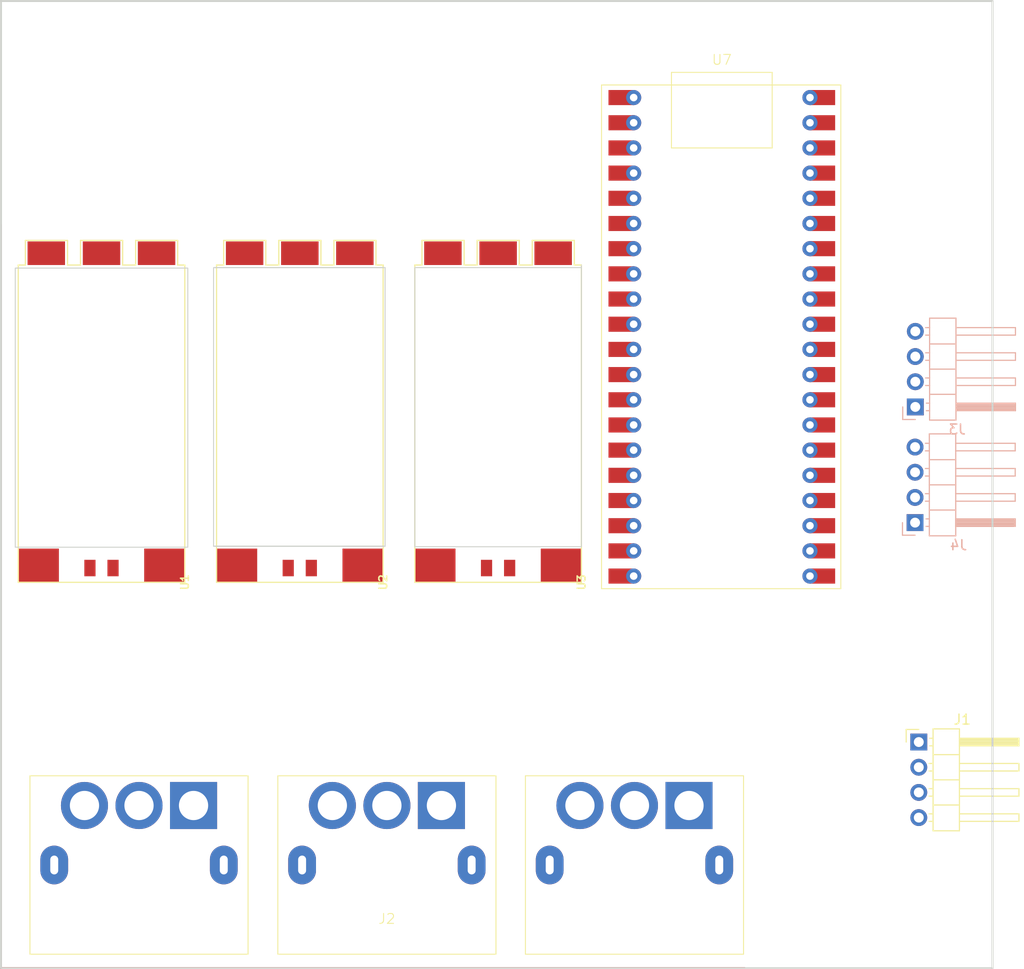
<source format=kicad_pcb>
(kicad_pcb (version 20221018) (generator pcbnew)
  (layers (0 "F.Cu" signal) (31 "B.Cu" signal) (34 "B.Paste" user) (35 "F.Paste" user) (36 "B.SilkS" user "B.Silkscreen") (37 "F.SilkS" user "F.Silkscreen") (38 "B.Mask" user) (39 "F.Mask" user) (44 "Edge.Cuts" user))
  (net 0 "")
  (net 1 "/signalGP39")
  (net 2 "/sg")
  (net 4 "/sGP10")
  (net 7 "/sGP8")
  (net 17 "/GND")
  (net 21 "Net-(J4-Pin_1)")
  (net 22 "Net-(J4-Pin_2)")
  (net 23 "Net-(J4-Pin_3)")
  (net 24 "Net-(J4-Pin_4)")
  (net 26 "Net-(J3-Pin_1)")
  (net 27 "Net-(J3-Pin_2)")
  (net 29 "Net-(J3-Pin_3)")
  (net 30 "Net-(J3-Pin_4)")
  (net 37 "/5v")
  (net 39 "Net-(U6-A)")
  (net 40 "Net-(U6-B)")
  (net 41 "Net-(U6-C)")
  (net 42 "Net-(U5-A)")
  (net 43 "Net-(U5-B)")
  (net 44 "Net-(U5-C)")
  (net 45 "Net-(U4-A)")
  (net 46 "Net-(U4-B)")
  (net 47 "Net-(U4-C)")
  (net 49 "/PESC1")
  (net 50 "/PESC2")
  (net 51 "/PESC3")
  (footprint "ESC carrier board test 1:ESC" (layer "F.Cu") (at 92.2 123.64 90)
    (fp_text reference "U1" (at 0 0 90) (layer "F.SilkS") (effects (font (size 0.787402 0.787402))))
    (fp_text value "ESC")
    (fp_line (start 0 -16.8) (end 0 0) (stroke (width 0.127)) (layer "F.SilkS"))
    (fp_line (start 0 0) (end 32 0) (stroke (width 0.127)) (layer "F.SilkS"))
    (fp_line (start 32 -16.8) (end 0 -16.8) (stroke (width 0.127)) (layer "F.SilkS"))
    (fp_line (start 32 -16.08) (end 32 -16.8) (stroke (width 0.127)) (layer "F.SilkS"))
    (fp_line (start 32 -11.83) (end 34.48 -11.83) (stroke (width 0.127)) (layer "F.SilkS"))
    (fp_line (start 32 -10.52) (end 32 -11.83) (stroke (width 0.127)) (layer "F.SilkS"))
    (fp_line (start 32 -6.27) (end 34.48 -6.27) (stroke (width 0.127)) (layer "F.SilkS"))
    (fp_line (start 32 -4.96) (end 32 -6.27) (stroke (width 0.127)) (layer "F.SilkS"))
    (fp_line (start 32 -0.72) (end 34.48 -0.72) (stroke (width 0.127)) (layer "F.SilkS"))
    (fp_line (start 32 0) (end 32 -0.72) (stroke (width 0.127)) (layer "F.SilkS"))
    (fp_line (start 34.48 -16.08) (end 32 -16.08) (stroke (width 0.127)) (layer "F.SilkS"))
    (fp_line (start 34.48 -11.83) (end 34.48 -16.08) (stroke (width 0.127)) (layer "F.SilkS"))
    (fp_line (start 34.48 -10.52) (end 32 -10.52) (stroke (width 0.127)) (layer "F.SilkS"))
    (fp_line (start 34.48 -6.27) (end 34.48 -10.52) (stroke (width 0.127)) (layer "F.SilkS"))
    (fp_line (start 34.48 -4.96) (end 32 -4.96) (stroke (width 0.127)) (layer "F.SilkS"))
    (fp_line (start 34.48 -0.72) (end 34.48 -4.96) (stroke (width 0.127)) (layer "F.SilkS"))
    (pad "+" smd rect (at 1.7 -2.05 90) (size 3.4 4.1) (layers "F.Cu" "F.Paste" "F.Mask") (net 49 "/PESC1"))
    (pad "-" smd rect (at 1.7 -14.75 90) (size 3.4 4.1) (layers "F.Cu" "F.Paste" "F.Mask") (net 17 "/GND"))
    (pad "1" smd rect (at 33.19 -13.97 90) (size 2.38 3.78) (layers "F.Cu" "F.Paste" "F.Mask") (net 39 "Net-(U6-A)"))
    (pad "2" smd rect (at 33.19 -8.4 90) (size 2.38 3.78) (layers "F.Cu" "F.Paste" "F.Mask") (net 40 "Net-(U6-B)"))
    (pad "3" smd rect (at 33.19 -2.85 90) (size 2.38 3.78) (layers "F.Cu" "F.Paste" "F.Mask") (net 41 "Net-(U6-C)"))
    (pad "G" smd rect (at 1.44 -9.57 90) (size 1.66 1.13) (layers "F.Cu" "F.Paste" "F.Mask") (net 2 "/sg"))
    (pad "S" smd rect (at 1.44 -7.24 90) (size 1.66 1.13) (layers "F.Cu" "F.Paste" "F.Mask") (net 1 "/signalGP39"))
  )
  (footprint "Kelpie_Default:ESP32-S3-Pico" (layer "F.Cu") (at 147.63 89.99)
    (fp_text reference "U7" (at -1.27 -19.05 unlocked) (layer "F.SilkS") (effects (font (thickness 0.1))))
    (fp_text value "~")
    (fp_line (start -13.4 -16.51) (end -13.4 34.29) (stroke (width 0.1)) (layer "F.SilkS"))
    (fp_line (start -13.4 34.29) (end 10.73 34.29) (stroke (width 0.1)) (layer "F.SilkS"))
    (fp_line (start -6.35 -17.78) (end 3.81 -17.78) (stroke (width 0.1)) (layer "F.SilkS"))
    (fp_line (start -6.35 -16.51) (end -6.35 -17.78) (stroke (width 0.1)) (layer "F.SilkS"))
    (fp_line (start -6.35 -16.51) (end -6.35 -10.16) (stroke (width 0.1)) (layer "F.SilkS"))
    (fp_line (start -6.35 -10.16) (end 3.81 -10.16) (stroke (width 0.1)) (layer "F.SilkS"))
    (fp_line (start 3.81 -17.78) (end 3.81 -16.51) (stroke (width 0.1)) (layer "F.SilkS"))
    (fp_line (start 3.81 -10.16) (end 3.81 -16.51) (stroke (width 0.1)) (layer "F.SilkS"))
    (fp_line (start 10.73 -16.51) (end -13.4 -16.51) (stroke (width 0.1)) (layer "F.SilkS"))
    (fp_line (start 10.73 34.29) (end 10.73 -16.51) (stroke (width 0.1)) (layer "F.SilkS"))
    (pad "1" smd rect (at -11.43 -15.24) (size 2.54 1.524) (layers "F.Cu" "B.Adhes" "F.Paste" "F.Mask"))
    (pad "1" thru_hole circle (at -10.16 -15.24) (size 1.524 1.524) (drill 0.762) (layers "*.Cu" "*.Mask"))
    (pad "2" smd rect (at -11.43 -12.7) (size 2.54 1.524) (layers "F.Cu" "F.Paste" "F.Mask") (net 30 "Net-(J3-Pin_4)"))
    (pad "2" thru_hole circle (at -10.16 -12.7) (size 1.524 1.524) (drill 0.762) (layers "*.Cu" "*.Mask") (net 30 "Net-(J3-Pin_4)"))
    (pad "3" smd rect (at -11.43 -10.16) (size 2.54 1.524) (layers "F.Cu" "F.Paste" "F.Mask"))
    (pad "3" thru_hole circle (at -10.16 -10.16) (size 1.524 1.524) (drill 0.762) (layers "*.Cu" "*.Mask"))
    (pad "4" smd rect (at -11.43 -7.62) (size 2.54 1.524) (layers "F.Cu" "F.Paste" "F.Mask"))
    (pad "4" thru_hole circle (at -10.16 -7.62) (size 1.524 1.524) (drill 0.762) (layers "*.Cu" "*.Mask"))
    (pad "5" smd rect (at -11.43 -5.08) (size 2.54 1.524) (layers "F.Cu" "F.Paste" "F.Mask") (net 29 "Net-(J3-Pin_3)"))
    (pad "5" thru_hole circle (at -10.16 -5.08) (size 1.524 1.524) (drill 0.762) (layers "*.Cu" "*.Mask") (net 29 "Net-(J3-Pin_3)"))
    (pad "6" smd rect (at -11.43 -2.54) (size 2.54 1.524) (layers "F.Cu" "F.Paste" "F.Mask"))
    (pad "6" thru_hole circle (at -10.16 -2.54) (size 1.524 1.524) (drill 0.762) (layers "*.Cu" "*.Mask"))
    (pad "7" smd rect (at -11.43 0) (size 2.54 1.524) (layers "F.Cu" "F.Paste" "F.Mask") (net 27 "Net-(J3-Pin_2)"))
    (pad "7" thru_hole circle (at -10.16 0) (size 1.524 1.524) (drill 0.762) (layers "*.Cu" "*.Mask") (net 27 "Net-(J3-Pin_2)"))
    (pad "8" smd rect (at -11.43 2.54) (size 2.54 1.524) (layers "F.Cu" "F.Paste" "F.Mask") (net 26 "Net-(J3-Pin_1)"))
    (pad "8" thru_hole circle (at -10.16 2.54) (size 1.524 1.524) (drill 0.762) (layers "*.Cu" "*.Mask") (net 26 "Net-(J3-Pin_1)"))
    (pad "9" smd rect (at -11.43 5.08) (size 2.54 1.524) (layers "F.Cu" "F.Paste" "F.Mask"))
    (pad "9" thru_hole circle (at -10.16 5.08) (size 1.524 1.524) (drill 0.762) (layers "*.Cu" "*.Mask"))
    (pad "10" smd rect (at -11.43 7.62) (size 2.54 1.524) (layers "F.Cu" "F.Paste" "F.Mask"))
    (pad "10" thru_hole circle (at -10.16 7.62) (size 1.524 1.524) (drill 0.762) (layers "*.Cu" "*.Mask"))
    (pad "11" smd rect (at -11.43 10.16) (size 2.54 1.524) (layers "F.Cu" "F.Paste" "F.Mask"))
    (pad "11" thru_hole circle (at -10.16 10.16) (size 1.524 1.524) (drill 0.762) (layers "*.Cu" "*.Mask"))
    (pad "12" smd rect (at -11.43 12.7) (size 2.54 1.524) (layers "F.Cu" "F.Paste" "F.Mask"))
    (pad "12" thru_hole circle (at -10.16 12.7) (size 1.524 1.524) (drill 0.762) (layers "*.Cu" "*.Mask"))
    (pad "13" smd rect (at -11.43 15.24) (size 2.54 1.524) (layers "F.Cu" "F.Paste" "F.Mask") (net 2 "/sg"))
    (pad "13" thru_hole circle (at -10.16 15.24) (size 1.524 1.524) (drill 0.762) (layers "*.Cu" "*.Mask") (net 2 "/sg"))
    (pad "14" smd rect (at -11.43 17.78) (size 2.54 1.524) (layers "F.Cu" "F.Paste" "F.Mask"))
    (pad "14" thru_hole circle (at -10.16 17.78) (size 1.524 1.524) (drill 0.762) (layers "*.Cu" "*.Mask"))
    (pad "15" smd rect (at -11.43 20.32) (size 2.54 1.524) (layers "F.Cu" "F.Paste" "F.Mask"))
    (pad "15" thru_hole circle (at -10.16 20.32) (size 1.524 1.524) (drill 0.762) (layers "*.Cu" "*.Mask"))
    (pad "16" smd rect (at -11.43 22.86) (size 2.54 1.524) (layers "F.Cu" "F.Paste" "F.Mask"))
    (pad "16" thru_hole circle (at -10.16 22.86) (size 1.524 1.524) (drill 0.762) (layers "*.Cu" "*.Mask"))
    (pad "17" smd rect (at -11.43 25.4) (size 2.54 1.524) (layers "F.Cu" "F.Paste" "F.Mask"))
    (pad "17" thru_hole circle (at -10.16 25.4) (size 1.524 1.524) (drill 0.762) (layers "*.Cu" "*.Mask"))
    (pad "18" smd rect (at -11.43 27.94) (size 2.54 1.524) (layers "F.Cu" "F.Paste" "F.Mask") (net 17 "/GND"))
    (pad "18" thru_hole circle (at -10.16 27.94) (size 1.524 1.524) (drill 0.762) (layers "*.Cu" "*.Mask") (net 17 "/GND"))
    (pad "19" smd rect (at -11.43 30.48) (size 2.54 1.524) (layers "F.Cu" "F.Paste" "F.Mask"))
    (pad "19" thru_hole circle (at -10.16 30.48) (size 1.524 1.524) (drill 0.762) (layers "*.Cu" "*.Mask"))
    (pad "20" smd rect (at -11.43 33.02) (size 2.54 1.524) (layers "F.Cu" "F.Paste" "F.Mask"))
    (pad "20" thru_hole circle (at -10.16 33.02) (size 1.524 1.524) (drill 0.762) (layers "*.Cu" "*.Mask"))
    (pad "21" thru_hole circle (at 7.62 33.02) (size 1.524 1.524) (drill 0.762) (layers "*.Cu" "*.Mask"))
    (pad "21" smd rect (at 8.89 33.02) (size 2.54 1.524) (layers "F.Cu" "F.Paste" "F.Mask"))
    (pad "22" thru_hole circle (at 7.62 30.48) (size 1.524 1.524) (drill 0.762) (layers "*.Cu" "*.Mask"))
    (pad "22" smd rect (at 8.89 30.48) (size 2.54 1.524) (layers "F.Cu" "F.Paste" "F.Mask"))
    (pad "23" thru_hole circle (at 7.62 27.94) (size 1.524 1.524) (drill 0.762) (layers "*.Cu" "*.Mask") (net 21 "Net-(J4-Pin_1)"))
    (pad "23" smd rect (at 8.89 27.94) (size 2.54 1.524) (layers "F.Cu" "F.Paste" "F.Mask") (net 21 "Net-(J4-Pin_1)"))
    (pad "24" thru_hole circle (at 7.62 25.4) (size 1.524 1.524) (drill 0.762) (layers "*.Cu" "*.Mask"))
    (pad "24" smd rect (at 8.89 25.4) (size 2.54 1.524) (layers "F.Cu" "F.Paste" "F.Mask"))
    (pad "25" thru_hole circle (at 7.62 22.86) (size 1.524 1.524) (drill 0.762) (layers "*.Cu" "*.Mask") (net 22 "Net-(J4-Pin_2)"))
    (pad "25" smd rect (at 8.89 22.86) (size 2.54 1.524) (layers "F.Cu" "F.Paste" "F.Mask") (net 22 "Net-(J4-Pin_2)"))
    (pad "26" thru_hole circle (at 7.62 20.32) (size 1.524 1.524) (drill 0.762) (layers "*.Cu" "*.Mask") (net 23 "Net-(J4-Pin_3)"))
    (pad "26" smd rect (at 8.89 20.32) (size 2.54 1.524) (layers "F.Cu" "F.Paste" "F.Mask") (net 23 "Net-(J4-Pin_3)"))
    (pad "27" thru_hole circle (at 7.62 17.78) (size 1.524 1.524) (drill 0.762) (layers "*.Cu" "*.Mask"))
    (pad "27" smd rect (at 8.89 17.78) (size 2.54 1.524) (layers "F.Cu" "F.Paste" "F.Mask"))
    (pad "28" thru_hole circle (at 7.62 15.24) (size 1.524 1.524) (drill 0.762) (layers "*.Cu" "*.Mask"))
    (pad "28" smd rect (at 8.89 15.24) (size 2.54 1.524) (layers "F.Cu" "F.Paste" "F.Mask"))
    (pad "29" thru_hole circle (at 7.62 12.7) (size 1.524 1.524) (drill 0.762) (layers "*.Cu" "*.Mask") (net 24 "Net-(J4-Pin_4)"))
    (pad "29" smd rect (at 8.89 12.7) (size 2.54 1.524) (layers "F.Cu" "F.Paste" "F.Mask") (net 24 "Net-(J4-Pin_4)"))
    (pad "30" thru_hole circle (at 7.62 10.16) (size 1.524 1.524) (drill 0.762) (layers "*.Cu" "*.Mask"))
    (pad "30" smd rect (at 8.89 10.16) (size 2.54 1.524) (layers "F.Cu" "F.Paste" "F.Mask"))
    (pad "31" thru_hole circle (at 7.62 7.62) (size 1.524 1.524) (drill 0.762) (layers "*.Cu" "*.Mask"))
    (pad "31" smd rect (at 8.89 7.62) (size 2.54 1.524) (layers "F.Cu" "F.Paste" "F.Mask"))
    (pad "32" thru_hole circle (at 7.62 5.08) (size 1.524 1.524) (drill 0.762) (layers "*.Cu" "*.Mask") (net 7 "/sGP8"))
    (pad "32" smd rect (at 8.89 5.08) (size 2.54 1.524) (layers "F.Cu" "F.Paste" "F.Mask") (net 7 "/sGP8"))
    (pad "33" thru_hole circle (at 7.62 2.54) (size 1.524 1.524) (drill 0.762) (layers "*.Cu" "*.Mask"))
    (pad "33" smd rect (at 8.89 2.54) (size 2.54 1.524) (layers "F.Cu" "F.Paste" "F.Mask"))
    (pad "34" thru_hole circle (at 7.62 0) (size 1.524 1.524) (drill 0.762) (layers "*.Cu" "*.Mask"))
    (pad "34" smd rect (at 8.89 0) (size 2.54 1.524) (layers "F.Cu" "F.Paste" "F.Mask"))
    (pad "35" thru_hole circle (at 7.62 -2.54) (size 1.524 1.524) (drill 0.762) (layers "*.Cu" "*.Mask") (net 4 "/sGP10"))
    (pad "35" smd rect (at 8.89 -2.54) (size 2.54 1.524) (layers "F.Cu" "F.Paste" "F.Mask") (net 4 "/sGP10"))
    (pad "36" thru_hole circle (at 7.62 -5.08) (size 1.524 1.524) (drill 0.762) (layers "*.Cu" "*.Mask"))
    (pad "36" smd rect (at 8.89 -5.08) (size 2.54 1.524) (layers "F.Cu" "F.Paste" "F.Mask"))
    (pad "37" thru_hole circle (at 7.62 -7.62) (size 1.524 1.524) (drill 0.762) (layers "*.Cu" "*.Mask"))
    (pad "37" smd rect (at 8.89 -7.62) (size 2.54 1.524) (layers "F.Cu" "F.Paste" "F.Mask"))
    (pad "38" thru_hole circle (at 7.62 -10.16) (size 1.524 1.524) (drill 0.762) (layers "*.Cu" "*.Mask"))
    (pad "38" smd rect (at 8.89 -10.16) (size 2.54 1.524) (layers "F.Cu" "F.Paste" "F.Mask"))
    (pad "39" thru_hole circle (at 7.62 -12.7) (size 1.524 1.524) (drill 0.762) (layers "*.Cu" "*.Mask") (net 37 "/5v"))
    (pad "39" smd rect (at 8.89 -12.7) (size 2.54 1.524) (layers "F.Cu" "F.Paste" "F.Mask") (net 37 "/5v"))
    (pad "40" thru_hole circle (at 7.62 -15.24) (size 1.524 1.524) (drill 0.762) (layers "*.Cu" "*.Mask"))
    (pad "40" smd rect (at 8.89 -15.24) (size 2.54 1.524) (layers "F.Cu" "F.Paste" "F.Mask"))
  )
  (footprint "ESC carrier board test 1:MR60PW-M_X3" (layer "F.Cu") (at 112.58 146.15)
    (fp_text reference "J2" (at 0 11.43 unlocked) (layer "F.SilkS") (effects (font (thickness 0.1))))
    (fp_text value "~")
    (fp_rect (start -36 -3) (end -14 15) (stroke (width 0.1)) (fill none) (layer "F.SilkS"))
    (fp_rect (start -11 -3) (end 11 15) (stroke (width 0.1)) (fill none) (layer "F.SilkS"))
    (fp_rect (start 13.97 -3) (end 35.97 15) (stroke (width 0.1)) (fill none) (layer "F.SilkS"))
    (pad "" thru_hole oval (at -33.55 6) (size 2.8 3.9) (drill oval 0.8 1.9) (layers "*.Cu" "*.Mask"))
    (pad "" thru_hole oval (at -16.45 6) (size 2.8 3.9) (drill oval 0.8 1.9) (layers "*.Cu" "*.Mask"))
    (pad "" thru_hole oval (at -8.55 6) (size 2.8 3.9) (drill oval 0.8 1.9) (layers "*.Cu" "*.Mask"))
    (pad "" thru_hole oval (at 8.55 6) (size 2.8 3.9) (drill oval 0.8 1.9) (layers "*.Cu" "*.Mask"))
    (pad "" thru_hole oval (at 16.42 6) (size 2.8 3.9) (drill oval 0.8 1.9) (layers "*.Cu" "*.Mask"))
    (pad "" thru_hole oval (at 33.52 6) (size 2.8 3.9) (drill oval 0.8 1.9) (layers "*.Cu" "*.Mask"))
    (pad "1" thru_hole circle (at -30.5 0) (size 4.75 4.75) (drill 2.95) (layers "*.Cu" "*.Mask"))
    (pad "2" thru_hole circle (at -25 0) (size 4.75 4.75) (drill 2.95) (layers "*.Cu" "*.Mask") (net 17 "/GND"))
    (pad "3" thru_hole rect (at -19.5 0) (size 4.75 4.75) (drill 2.95) (layers "*.Cu" "*.Mask") (net 17 "/GND"))
    (pad "4" thru_hole circle (at -5.5 0) (size 4.75 4.75) (drill 2.95) (layers "*.Cu" "*.Mask") (net 49 "/PESC1"))
    (pad "5" thru_hole circle (at 0 0) (size 4.75 4.75) (drill 2.95) (layers "*.Cu" "*.Mask") (net 50 "/PESC2"))
    (pad "6" thru_hole rect (at 5.5 0) (size 4.75 4.75) (drill 2.95) (layers "*.Cu" "*.Mask") (net 51 "/PESC3"))
    (pad "7" thru_hole circle (at 19.47 0) (size 4.75 4.75) (drill 2.95) (layers "*.Cu" "*.Mask"))
    (pad "8" thru_hole circle (at 24.97 0) (size 4.75 4.75) (drill 2.95) (layers "*.Cu" "*.Mask") (net 17 "/GND"))
    (pad "9" thru_hole rect (at 30.47 0) (size 4.75 4.75) (drill 2.95) (layers "*.Cu" "*.Mask") (net 37 "/5v"))
  )
  (footprint "ESC carrier board test 1:ESC" (layer "F.Cu") (at 132.2 123.64 90)
    (fp_text reference "U3" (at 0 0 90) (layer "F.SilkS") (effects (font (size 0.787402 0.787402))))
    (fp_text value "ESC")
    (fp_line (start 0 -16.8) (end 0 0) (stroke (width 0.127)) (layer "F.SilkS"))
    (fp_line (start 0 0) (end 32 0) (stroke (width 0.127)) (layer "F.SilkS"))
    (fp_line (start 32 -16.8) (end 0 -16.8) (stroke (width 0.127)) (layer "F.SilkS"))
    (fp_line (start 32 -16.08) (end 32 -16.8) (stroke (width 0.127)) (layer "F.SilkS"))
    (fp_line (start 32 -11.83) (end 34.48 -11.83) (stroke (width 0.127)) (layer "F.SilkS"))
    (fp_line (start 32 -10.52) (end 32 -11.83) (stroke (width 0.127)) (layer "F.SilkS"))
    (fp_line (start 32 -6.27) (end 34.48 -6.27) (stroke (width 0.127)) (layer "F.SilkS"))
    (fp_line (start 32 -4.96) (end 32 -6.27) (stroke (width 0.127)) (layer "F.SilkS"))
    (fp_line (start 32 -0.72) (end 34.48 -0.72) (stroke (width 0.127)) (layer "F.SilkS"))
    (fp_line (start 32 0) (end 32 -0.72) (stroke (width 0.127)) (layer "F.SilkS"))
    (fp_line (start 34.48 -16.08) (end 32 -16.08) (stroke (width 0.127)) (layer "F.SilkS"))
    (fp_line (start 34.48 -11.83) (end 34.48 -16.08) (stroke (width 0.127)) (layer "F.SilkS"))
    (fp_line (start 34.48 -10.52) (end 32 -10.52) (stroke (width 0.127)) (layer "F.SilkS"))
    (fp_line (start 34.48 -6.27) (end 34.48 -10.52) (stroke (width 0.127)) (layer "F.SilkS"))
    (fp_line (start 34.48 -4.96) (end 32 -4.96) (stroke (width 0.127)) (layer "F.SilkS"))
    (fp_line (start 34.48 -0.72) (end 34.48 -4.96) (stroke (width 0.127)) (layer "F.SilkS"))
    (pad "+" smd rect (at 1.7 -2.05 90) (size 3.4 4.1) (layers "F.Cu" "F.Paste" "F.Mask") (net 51 "/PESC3"))
    (pad "-" smd rect (at 1.7 -14.75 90) (size 3.4 4.1) (layers "F.Cu" "F.Paste" "F.Mask") (net 17 "/GND"))
    (pad "1" smd rect (at 33.19 -13.97 90) (size 2.38 3.78) (layers "F.Cu" "F.Paste" "F.Mask") (net 45 "Net-(U4-A)"))
    (pad "2" smd rect (at 33.19 -8.4 90) (size 2.38 3.78) (layers "F.Cu" "F.Paste" "F.Mask") (net 46 "Net-(U4-B)"))
    (pad "3" smd rect (at 33.19 -2.85 90) (size 2.38 3.78) (layers "F.Cu" "F.Paste" "F.Mask") (net 47 "Net-(U4-C)"))
    (pad "G" smd rect (at 1.44 -9.57 90) (size 1.66 1.13) (layers "F.Cu" "F.Paste" "F.Mask") (net 2 "/sg"))
    (pad "S" smd rect (at 1.44 -7.24 90) (size 1.66 1.13) (layers "F.Cu" "F.Paste" "F.Mask") (net 7 "/sGP8"))
  )
  (footprint "ESC carrier board test 1:ESC" (layer "F.Cu") (at 112.2 123.64 90)
    (fp_text reference "U2" (at 0 0 90) (layer "F.SilkS") (effects (font (size 0.787402 0.787402))))
    (fp_text value "ESC")
    (fp_line (start 0 -16.8) (end 0 0) (stroke (width 0.127)) (layer "F.SilkS"))
    (fp_line (start 0 0) (end 32 0) (stroke (width 0.127)) (layer "F.SilkS"))
    (fp_line (start 32 -16.8) (end 0 -16.8) (stroke (width 0.127)) (layer "F.SilkS"))
    (fp_line (start 32 -16.08) (end 32 -16.8) (stroke (width 0.127)) (layer "F.SilkS"))
    (fp_line (start 32 -11.83) (end 34.48 -11.83) (stroke (width 0.127)) (layer "F.SilkS"))
    (fp_line (start 32 -10.52) (end 32 -11.83) (stroke (width 0.127)) (layer "F.SilkS"))
    (fp_line (start 32 -6.27) (end 34.48 -6.27) (stroke (width 0.127)) (layer "F.SilkS"))
    (fp_line (start 32 -4.96) (end 32 -6.27) (stroke (width 0.127)) (layer "F.SilkS"))
    (fp_line (start 32 -0.72) (end 34.48 -0.72) (stroke (width 0.127)) (layer "F.SilkS"))
    (fp_line (start 32 0) (end 32 -0.72) (stroke (width 0.127)) (layer "F.SilkS"))
    (fp_line (start 34.48 -16.08) (end 32 -16.08) (stroke (width 0.127)) (layer "F.SilkS"))
    (fp_line (start 34.48 -11.83) (end 34.48 -16.08) (stroke (width 0.127)) (layer "F.SilkS"))
    (fp_line (start 34.48 -10.52) (end 32 -10.52) (stroke (width 0.127)) (layer "F.SilkS"))
    (fp_line (start 34.48 -6.27) (end 34.48 -10.52) (stroke (width 0.127)) (layer "F.SilkS"))
    (fp_line (start 34.48 -4.96) (end 32 -4.96) (stroke (width 0.127)) (layer "F.SilkS"))
    (fp_line (start 34.48 -0.72) (end 34.48 -4.96) (stroke (width 0.127)) (layer "F.SilkS"))
    (pad "+" smd rect (at 1.7 -2.05 90) (size 3.4 4.1) (layers "F.Cu" "F.Paste" "F.Mask") (net 50 "/PESC2"))
    (pad "-" smd rect (at 1.7 -14.75 90) (size 3.4 4.1) (layers "F.Cu" "F.Paste" "F.Mask") (net 17 "/GND"))
    (pad "1" smd rect (at 33.19 -13.97 90) (size 2.38 3.78) (layers "F.Cu" "F.Paste" "F.Mask") (net 42 "Net-(U5-A)"))
    (pad "2" smd rect (at 33.19 -8.4 90) (size 2.38 3.78) (layers "F.Cu" "F.Paste" "F.Mask") (net 43 "Net-(U5-B)"))
    (pad "3" smd rect (at 33.19 -2.85 90) (size 2.38 3.78) (layers "F.Cu" "F.Paste" "F.Mask") (net 44 "Net-(U5-C)"))
    (pad "G" smd rect (at 1.44 -9.57 90) (size 1.66 1.13) (layers "F.Cu" "F.Paste" "F.Mask") (net 2 "/sg"))
    (pad "S" smd rect (at 1.44 -7.24 90) (size 1.66 1.13) (layers "F.Cu" "F.Paste" "F.Mask") (net 4 "/sGP10"))
  )
  (footprint "Connector_PinHeader_2.54mm:PinHeader_1x04_P2.54mm_Horizontal" (layer "F.Cu") (at 166.225 139.75)
    (fp_text reference "J1" (at 4.385 -2.27) (layer "F.SilkS"))
    (fp_text value "Conn_01x04_Pin")
    (fp_line (start -1.27 -1.27) (end 0 -1.27) (stroke (width 0.12)) (layer "F.SilkS"))
    (fp_line (start -1.27 0) (end -1.27 -1.27) (stroke (width 0.12)) (layer "F.SilkS"))
    (fp_line (start 1.042929 2.16) (end 1.44 2.16) (stroke (width 0.12)) (layer "F.SilkS"))
    (fp_line (start 1.042929 2.92) (end 1.44 2.92) (stroke (width 0.12)) (layer "F.SilkS"))
    (fp_line (start 1.042929 4.7) (end 1.44 4.7) (stroke (width 0.12)) (layer "F.SilkS"))
    (fp_line (start 1.042929 5.46) (end 1.44 5.46) (stroke (width 0.12)) (layer "F.SilkS"))
    (fp_line (start 1.042929 7.24) (end 1.44 7.24) (stroke (width 0.12)) (layer "F.SilkS"))
    (fp_line (start 1.042929 8) (end 1.44 8) (stroke (width 0.12)) (layer "F.SilkS"))
    (fp_line (start 1.11 -0.38) (end 1.44 -0.38) (stroke (width 0.12)) (layer "F.SilkS"))
    (fp_line (start 1.11 0.38) (end 1.44 0.38) (stroke (width 0.12)) (layer "F.SilkS"))
    (fp_line (start 1.44 -1.33) (end 1.44 8.95) (stroke (width 0.12)) (layer "F.SilkS"))
    (fp_line (start 1.44 1.27) (end 4.1 1.27) (stroke (width 0.12)) (layer "F.SilkS"))
    (fp_line (start 1.44 3.81) (end 4.1 3.81) (stroke (width 0.12)) (layer "F.SilkS"))
    (fp_line (start 1.44 6.35) (end 4.1 6.35) (stroke (width 0.12)) (layer "F.SilkS"))
    (fp_line (start 1.44 8.95) (end 4.1 8.95) (stroke (width 0.12)) (layer "F.SilkS"))
    (fp_line (start 4.1 -1.33) (end 1.44 -1.33) (stroke (width 0.12)) (layer "F.SilkS"))
    (fp_line (start 4.1 -0.38) (end 10.1 -0.38) (stroke (width 0.12)) (layer "F.SilkS"))
    (fp_line (start 4.1 -0.32) (end 10.1 -0.32) (stroke (width 0.12)) (layer "F.SilkS"))
    (fp_line (start 4.1 -0.2) (end 10.1 -0.2) (stroke (width 0.12)) (layer "F.SilkS"))
    (fp_line (start 4.1 -0.08) (end 10.1 -0.08) (stroke (width 0.12)) (layer "F.SilkS"))
    (fp_line (start 4.1 0.04) (end 10.1 0.04) (stroke (width 0.12)) (layer "F.SilkS"))
    (fp_line (start 4.1 0.16) (end 10.1 0.16) (stroke (width 0.12)) (layer "F.SilkS"))
    (fp_line (start 4.1 0.28) (end 10.1 0.28) (stroke (width 0.12)) (layer "F.SilkS"))
    (fp_line (start 4.1 2.16) (end 10.1 2.16) (stroke (width 0.12)) (layer "F.SilkS"))
    (fp_line (start 4.1 4.7) (end 10.1 4.7) (stroke (width 0.12)) (layer "F.SilkS"))
    (fp_line (start 4.1 7.24) (end 10.1 7.24) (stroke (width 0.12)) (layer "F.SilkS"))
    (fp_line (start 4.1 8.95) (end 4.1 -1.33) (stroke (width 0.12)) (layer "F.SilkS"))
    (fp_line (start 10.1 -0.38) (end 10.1 0.38) (stroke (width 0.12)) (layer "F.SilkS"))
    (fp_line (start 10.1 0.38) (end 4.1 0.38) (stroke (width 0.12)) (layer "F.SilkS"))
    (fp_line (start 10.1 2.16) (end 10.1 2.92) (stroke (width 0.12)) (layer "F.SilkS"))
    (fp_line (start 10.1 2.92) (end 4.1 2.92) (stroke (width 0.12)) (layer "F.SilkS"))
    (fp_line (start 10.1 4.7) (end 10.1 5.46) (stroke (width 0.12)) (layer "F.SilkS"))
    (fp_line (start 10.1 5.46) (end 4.1 5.46) (stroke (width 0.12)) (layer "F.SilkS"))
    (fp_line (start 10.1 7.24) (end 10.1 8) (stroke (width 0.12)) (layer "F.SilkS"))
    (fp_line (start 10.1 8) (end 4.1 8) (stroke (width 0.12)) (layer "F.SilkS"))
    (pad "1" thru_hole rect (at 0 0) (size 1.7 1.7) (drill 1) (layers "*.Cu" "*.Mask") (net 4 "/sGP10"))
    (pad "2" thru_hole oval (at 0 2.54) (size 1.7 1.7) (drill 1) (layers "*.Cu" "*.Mask") (net 4 "/sGP10"))
    (pad "3" thru_hole oval (at 0 5.08) (size 1.7 1.7) (drill 1) (layers "*.Cu" "*.Mask") (net 1 "/signalGP39"))
    (pad "4" thru_hole oval (at 0 7.62) (size 1.7 1.7) (drill 1) (layers "*.Cu" "*.Mask") (net 2 "/sg"))
  )
  (footprint "Connector_PinHeader_2.54mm:PinHeader_1x04_P2.54mm_Horizontal" (layer "B.Cu") (at 165.875 105.95)
    (fp_text reference "J3" (at 4.225 2.27) (layer "B.SilkS") (effects (justify mirror)))
    (fp_text value "Conn_01x04_Pin")
    (fp_line (start -1.27 0) (end -1.27 1.27) (stroke (width 0.12)) (layer "B.SilkS"))
    (fp_line (start -1.27 1.27) (end 0 1.27) (stroke (width 0.12)) (layer "B.SilkS"))
    (fp_line (start 1.042929 -8) (end 1.44 -8) (stroke (width 0.12)) (layer "B.SilkS"))
    (fp_line (start 1.042929 -7.24) (end 1.44 -7.24) (stroke (width 0.12)) (layer "B.SilkS"))
    (fp_line (start 1.042929 -5.46) (end 1.44 -5.46) (stroke (width 0.12)) (layer "B.SilkS"))
    (fp_line (start 1.042929 -4.7) (end 1.44 -4.7) (stroke (width 0.12)) (layer "B.SilkS"))
    (fp_line (start 1.042929 -2.92) (end 1.44 -2.92) (stroke (width 0.12)) (layer "B.SilkS"))
    (fp_line (start 1.042929 -2.16) (end 1.44 -2.16) (stroke (width 0.12)) (layer "B.SilkS"))
    (fp_line (start 1.11 -0.38) (end 1.44 -0.38) (stroke (width 0.12)) (layer "B.SilkS"))
    (fp_line (start 1.11 0.38) (end 1.44 0.38) (stroke (width 0.12)) (layer "B.SilkS"))
    (fp_line (start 1.44 -8.95) (end 4.1 -8.95) (stroke (width 0.12)) (layer "B.SilkS"))
    (fp_line (start 1.44 -6.35) (end 4.1 -6.35) (stroke (width 0.12)) (layer "B.SilkS"))
    (fp_line (start 1.44 -3.81) (end 4.1 -3.81) (stroke (width 0.12)) (layer "B.SilkS"))
    (fp_line (start 1.44 -1.27) (end 4.1 -1.27) (stroke (width 0.12)) (layer "B.SilkS"))
    (fp_line (start 1.44 1.33) (end 1.44 -8.95) (stroke (width 0.12)) (layer "B.SilkS"))
    (fp_line (start 4.1 -8.95) (end 4.1 1.33) (stroke (width 0.12)) (layer "B.SilkS"))
    (fp_line (start 4.1 -7.24) (end 10.1 -7.24) (stroke (width 0.12)) (layer "B.SilkS"))
    (fp_line (start 4.1 -4.7) (end 10.1 -4.7) (stroke (width 0.12)) (layer "B.SilkS"))
    (fp_line (start 4.1 -2.16) (end 10.1 -2.16) (stroke (width 0.12)) (layer "B.SilkS"))
    (fp_line (start 4.1 -0.28) (end 10.1 -0.28) (stroke (width 0.12)) (layer "B.SilkS"))
    (fp_line (start 4.1 -0.16) (end 10.1 -0.16) (stroke (width 0.12)) (layer "B.SilkS"))
    (fp_line (start 4.1 -0.04) (end 10.1 -0.04) (stroke (width 0.12)) (layer "B.SilkS"))
    (fp_line (start 4.1 0.08) (end 10.1 0.08) (stroke (width 0.12)) (layer "B.SilkS"))
    (fp_line (start 4.1 0.2) (end 10.1 0.2) (stroke (width 0.12)) (layer "B.SilkS"))
    (fp_line (start 4.1 0.32) (end 10.1 0.32) (stroke (width 0.12)) (layer "B.SilkS"))
    (fp_line (start 4.1 0.38) (end 10.1 0.38) (stroke (width 0.12)) (layer "B.SilkS"))
    (fp_line (start 4.1 1.33) (end 1.44 1.33) (stroke (width 0.12)) (layer "B.SilkS"))
    (fp_line (start 10.1 -8) (end 4.1 -8) (stroke (width 0.12)) (layer "B.SilkS"))
    (fp_line (start 10.1 -7.24) (end 10.1 -8) (stroke (width 0.12)) (layer "B.SilkS"))
    (fp_line (start 10.1 -5.46) (end 4.1 -5.46) (stroke (width 0.12)) (layer "B.SilkS"))
    (fp_line (start 10.1 -4.7) (end 10.1 -5.46) (stroke (width 0.12)) (layer "B.SilkS"))
    (fp_line (start 10.1 -2.92) (end 4.1 -2.92) (stroke (width 0.12)) (layer "B.SilkS"))
    (fp_line (start 10.1 -2.16) (end 10.1 -2.92) (stroke (width 0.12)) (layer "B.SilkS"))
    (fp_line (start 10.1 -0.38) (end 4.1 -0.38) (stroke (width 0.12)) (layer "B.SilkS"))
    (fp_line (start 10.1 0.38) (end 10.1 -0.38) (stroke (width 0.12)) (layer "B.SilkS"))
    (pad "1" thru_hole rect (at 0 0) (size 1.7 1.7) (drill 1) (layers "*.Cu" "*.Mask") (net 26 "Net-(J3-Pin_1)"))
    (pad "2" thru_hole oval (at 0 -2.54) (size 1.7 1.7) (drill 1) (layers "*.Cu" "*.Mask") (net 27 "Net-(J3-Pin_2)"))
    (pad "3" thru_hole oval (at 0 -5.08) (size 1.7 1.7) (drill 1) (layers "*.Cu" "*.Mask") (net 29 "Net-(J3-Pin_3)"))
    (pad "4" thru_hole oval (at 0 -7.62) (size 1.7 1.7) (drill 1) (layers "*.Cu" "*.Mask") (net 30 "Net-(J3-Pin_4)"))
  )
  (footprint "Connector_PinHeader_2.54mm:PinHeader_1x04_P2.54mm_Horizontal" (layer "B.Cu") (at 165.85 117.62)
    (fp_text reference "J4" (at 4.385 2.27) (layer "B.SilkS") (effects (justify mirror)))
    (fp_text value "Conn_01x04_Pin")
    (fp_line (start -1.27 0) (end -1.27 1.27) (stroke (width 0.12)) (layer "B.SilkS"))
    (fp_line (start -1.27 1.27) (end 0 1.27) (stroke (width 0.12)) (layer "B.SilkS"))
    (fp_line (start 1.042929 -8) (end 1.44 -8) (stroke (width 0.12)) (layer "B.SilkS"))
    (fp_line (start 1.042929 -7.24) (end 1.44 -7.24) (stroke (width 0.12)) (layer "B.SilkS"))
    (fp_line (start 1.042929 -5.46) (end 1.44 -5.46) (stroke (width 0.12)) (layer "B.SilkS"))
    (fp_line (start 1.042929 -4.7) (end 1.44 -4.7) (stroke (width 0.12)) (layer "B.SilkS"))
    (fp_line (start 1.042929 -2.92) (end 1.44 -2.92) (stroke (width 0.12)) (layer "B.SilkS"))
    (fp_line (start 1.042929 -2.16) (end 1.44 -2.16) (stroke (width 0.12)) (layer "B.SilkS"))
    (fp_line (start 1.11 -0.38) (end 1.44 -0.38) (stroke (width 0.12)) (layer "B.SilkS"))
    (fp_line (start 1.11 0.38) (end 1.44 0.38) (stroke (width 0.12)) (layer "B.SilkS"))
    (fp_line (start 1.44 -8.95) (end 4.1 -8.95) (stroke (width 0.12)) (layer "B.SilkS"))
    (fp_line (start 1.44 -6.35) (end 4.1 -6.35) (stroke (width 0.12)) (layer "B.SilkS"))
    (fp_line (start 1.44 -3.81) (end 4.1 -3.81) (stroke (width 0.12)) (layer "B.SilkS"))
    (fp_line (start 1.44 -1.27) (end 4.1 -1.27) (stroke (width 0.12)) (layer "B.SilkS"))
    (fp_line (start 1.44 1.33) (end 1.44 -8.95) (stroke (width 0.12)) (layer "B.SilkS"))
    (fp_line (start 4.1 -8.95) (end 4.1 1.33) (stroke (width 0.12)) (layer "B.SilkS"))
    (fp_line (start 4.1 -7.24) (end 10.1 -7.24) (stroke (width 0.12)) (layer "B.SilkS"))
    (fp_line (start 4.1 -4.7) (end 10.1 -4.7) (stroke (width 0.12)) (layer "B.SilkS"))
    (fp_line (start 4.1 -2.16) (end 10.1 -2.16) (stroke (width 0.12)) (layer "B.SilkS"))
    (fp_line (start 4.1 -0.28) (end 10.1 -0.28) (stroke (width 0.12)) (layer "B.SilkS"))
    (fp_line (start 4.1 -0.16) (end 10.1 -0.16) (stroke (width 0.12)) (layer "B.SilkS"))
    (fp_line (start 4.1 -0.04) (end 10.1 -0.04) (stroke (width 0.12)) (layer "B.SilkS"))
    (fp_line (start 4.1 0.08) (end 10.1 0.08) (stroke (width 0.12)) (layer "B.SilkS"))
    (fp_line (start 4.1 0.2) (end 10.1 0.2) (stroke (width 0.12)) (layer "B.SilkS"))
    (fp_line (start 4.1 0.32) (end 10.1 0.32) (stroke (width 0.12)) (layer "B.SilkS"))
    (fp_line (start 4.1 0.38) (end 10.1 0.38) (stroke (width 0.12)) (layer "B.SilkS"))
    (fp_line (start 4.1 1.33) (end 1.44 1.33) (stroke (width 0.12)) (layer "B.SilkS"))
    (fp_line (start 10.1 -8) (end 4.1 -8) (stroke (width 0.12)) (layer "B.SilkS"))
    (fp_line (start 10.1 -7.24) (end 10.1 -8) (stroke (width 0.12)) (layer "B.SilkS"))
    (fp_line (start 10.1 -5.46) (end 4.1 -5.46) (stroke (width 0.12)) (layer "B.SilkS"))
    (fp_line (start 10.1 -4.7) (end 10.1 -5.46) (stroke (width 0.12)) (layer "B.SilkS"))
    (fp_line (start 10.1 -2.92) (end 4.1 -2.92) (stroke (width 0.12)) (layer "B.SilkS"))
    (fp_line (start 10.1 -2.16) (end 10.1 -2.92) (stroke (width 0.12)) (layer "B.SilkS"))
    (fp_line (start 10.1 -0.38) (end 4.1 -0.38) (stroke (width 0.12)) (layer "B.SilkS"))
    (fp_line (start 10.1 0.38) (end 10.1 -0.38) (stroke (width 0.12)) (layer "B.SilkS"))
    (pad "1" thru_hole rect (at 0 0) (size 1.7 1.7) (drill 1) (layers "*.Cu" "*.Mask") (net 21 "Net-(J4-Pin_1)"))
    (pad "2" thru_hole oval (at 0 -2.54) (size 1.7 1.7) (drill 1) (layers "*.Cu" "*.Mask") (net 22 "Net-(J4-Pin_2)"))
    (pad "3" thru_hole oval (at 0 -5.08) (size 1.7 1.7) (drill 1) (layers "*.Cu" "*.Mask") (net 23 "Net-(J4-Pin_3)"))
    (pad "4" thru_hole oval (at 0 -7.62) (size 1.7 1.7) (drill 1) (layers "*.Cu" "*.Mask") (net 24 "Net-(J4-Pin_4)"))
  )
  (gr_line (start 148.66 162.56) (end 73.66 162.56) (stroke (width 0.2)) (layer "F.Cu"))
  (gr_line (start 73.66 162.56) (end 73.66 87.56) (stroke (width 0.2)) (layer "F.Cu"))
  (gr_rect (start 112.4 91.9) (end 95.1 120) (stroke (width 0.1)) (fill none) (layer "Edge.Cuts"))
  (gr_line (start 115.4 120.05) (end 132.2 120.05) (stroke (width 0.1)) (layer "Edge.Cuts"))
  (gr_line (start 115.4 91.9) (end 115.4 120.05) (stroke (width 0.1)) (layer "Edge.Cuts"))
  (gr_line (start 112.4 120) (end 95.1 120) (stroke (width 0.1)) (layer "Edge.Cuts"))
  (gr_line (start 132.2 120.05) (end 132.2 91.65) (stroke (width 0.1)) (layer "Edge.Cuts"))
  (gr_line (start 112.4 91.9) (end 95.2 91.9) (stroke (width 0.1)) (layer "Edge.Cuts"))
  (gr_rect (start 75.1 91.95) (end 92.5 120.1) (stroke (width 0.1)) (fill none) (layer "Edge.Cuts"))
  (gr_line (start 132.2 91.9) (end 115.4 91.9) (stroke (width 0.1)) (layer "Edge.Cuts"))
  (gr_rect (start 73.66 65.01) (end 173.66 162.56) (stroke (width 0.2)) (fill none) (layer "Edge.Cuts"))
)
</source>
